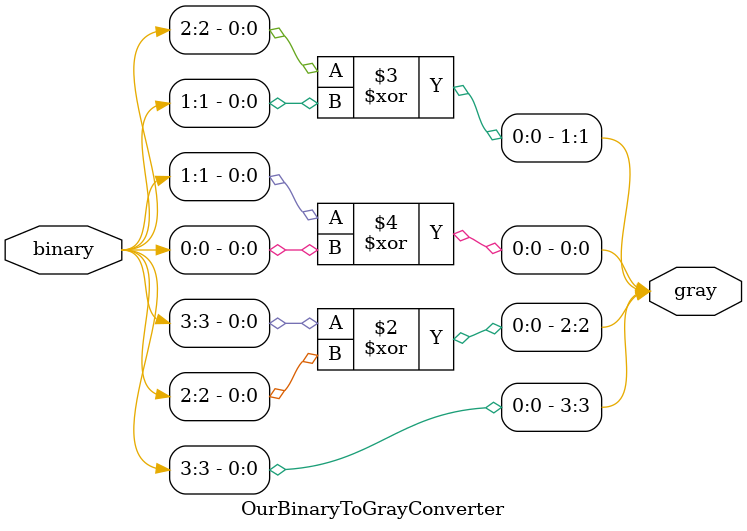
<source format=v>
module OurBinaryToGrayConverter(
input [3:0] binary, 
output reg [3:0] gray
);

    always @(*) begin
	 
        gray[3] = binary[3];  // error in gray[0] changed 0 to 3         
        gray[2] = binary[3] ^ binary[2];
        gray[1] = binary[2] ^ binary[1];
        gray[0] = binary[1] ^ binary[0];
		  
		  end
endmodule
</source>
